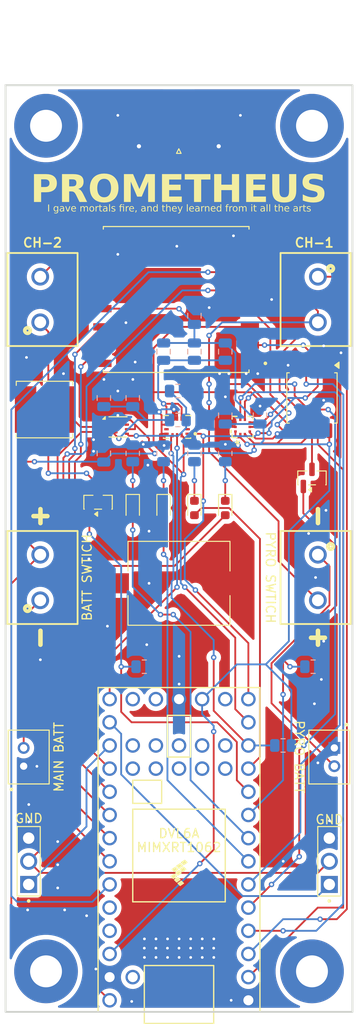
<source format=kicad_pcb>
(kicad_pcb (version 20241229) (generator "pcbnew") (generator_version "9.0")
  (layers (0 "F.Cu" signal) (2 "B.Cu" signal) (13 "F.Paste" user) (15 "B.Paste" user) (5 "F.SilkS" user "F.Silkscreen") (7 "B.SilkS" user "B.Silkscreen") (1 "F.Mask" user) (3 "B.Mask" user) (25 "Edge.Cuts" user))
  (net 0 "")
  (net 1 "/BUZZER_SIG")
  (net 2 "/3.7V")
  (net 3 "/5V")
  (net 5 "+3.3V")
  (net 6 "Net-(MT101-VDD)")
  (net 7 "Net-(D101-K)")
  (net 11 "/GRN")
  (net 12 "Net-(D102-K)")
  (net 13 "/ORG")
  (net 14 "Net-(D103-K)")
  (net 17 "/RED")
  (net 18 "Net-(D104-K)")
  (net 19 "/YLW")
  (net 20 "Net-(Q101-D)")
  (net 21 "/PY_3.7V")
  (net 25 "/PYRO+")
  (net 26 "Net-(Q102-D)")
  (net 27 "/TVCX")
  (net 28 "/TVCY")
  (net 29 "/SPI_SCK")
  (net 32 "/SPI_MOSI")
  (net 36 "/IMU_INT")
  (net 37 "/IMU_CS")
  (net 40 "/SPI_MISO")
  (net 41 "/PY1")
  (net 42 "/PY2")
  (net 43 "Net-(U107-FB)")
  (net 46 "/BARO_INT")
  (net 47 "/BARO_CS")
  (net 48 "/LORA_CS")
  (net 49 "/MEM_WRITE_PROTECT")
  (net 50 "/MEM_HOLD")
  (net 51 "/LORA_DIO1")
  (net 52 "/MEM_CS")
  (net 53 "/LORA_DIO0")
  (net 54 "GND")
  (net 55 "/BATT+")
  (net 56 "Net-(U107-SW)")
  (net 57 "Net-(J101-In)")
  (net 62 "/LORA_RESET")
  (footprint "Package_DFN_QFN:Texas_RWU0007A_VQFN-7_2x2mm_P0.5mm" (layer "F.Cu") (at 140.86425 87.63)
    (property "Reference" "U107" (hide yes))
    (property "Value" "TPS61022" (hide yes))
  )
  (footprint "Inductor_SMD:L_Bourns_SRN6045TA" (layer "F.Cu") (at 132.78625 85.725)
    (property "Reference" "L101" (hide yes))
    (property "Value" "1uH" (hide yes))
  )
  (footprint "BMP390:10LGA_2X2X0p75_BOS" (layer "F.Cu") (at 154.54625 87.63 90)
    (property "Reference" "U101" (hide yes))
    (property "Value" "BMP390" (hide yes))
  )
  (footprint "TerminalBlock_Wuerth:691137710002" (layer "F.Cu") (at 162.814 104.14 -90)
    (property "Reference" "J107" (hide yes))
    (property "Value" "Switch" (hide yes))
  )
  (footprint "Buzzer_Beeper:Buzzer_Mallory_AST1109MLTRQ" (layer "F.Cu") (at 147.56125 104.775)
    (property "Reference" "BZ101" (hide yes))
    (property "Value" "Buzzer" (hide yes))
  )
  (footprint "TerminalBlock_Wuerth:691137710002" (layer "F.Cu") (at 132.32125 104.14 90)
    (property "Reference" "J103" (hide yes))
    (property "Value" "Switch" (hide yes))
  )
  (footprint "Package_TO_SOT_SMD:SOT-23" (layer "F.Cu") (at 138.67125 95.885 90)
    (property "Reference" "Q102" (hide yes))
    (property "Value" "DMN3051L" (hide yes))
  )
  (footprint "Package_SO:SOIC-8_5.3x5.3mm_P1.27mm" (layer "F.Cu") (at 162.16625 84.455 -90)
    (property "Reference" "U104" (hide yes))
    (property "Value" "W25Q128JVS" (hide yes))
  )
  (footprint "Package_TO_SOT_SMD:SOT-23" (layer "F.Cu") (at 162.16625 93.218 90)
    (property "Reference" "Q101" (hide yes))
    (property "Value" "DMN3051L" (hide yes))
  )
  (footprint "MountingHole:MountingHole_3.5mm_Pad" (layer "F.Cu") (at 132.95625 54.61)
    (property "Reference" "H101" (hide yes))
    (property "Value" "MountingHole" (hide yes))
  )
  (footprint "JST:JST_B2B-PH-K-S" (layer "F.Cu") (at 131.05125 123.825 -90)
    (property "Reference" "J104" (hide yes))
    (property "Value" "JST-MAIN" (hide yes))
  )
  (footprint "RFM96W-433S2:MODULE_RFM96W-433S2" (layer "F.Cu") (at 147.24875 73.66 180)
    (property "Reference" "U103" (hide yes))
    (property "Value" "RFM96W-433S2" (hide yes))
  )
  (footprint "Connector_Coaxial:SMA_Molex_73251-1153_EdgeMount_Horizontal" (layer "F.Cu") (at 147.54125 55.135 -90)
    (property "Reference" "J101" (hide yes))
    (property "Value" "Conn_Coaxial" (hide yes))
  )
  (footprint "LED_SMD:LED_0603_1608Metric" (layer "F.Cu") (at 142.48125 96.52 -90)
    (property "Reference" "D104" (hide yes))
    (property "Value" "YELLOW" (hide yes))
  )
  (footprint "Teensy:Teensy40" (layer "F.Cu") (at 147.56125 133.985 90)
    (property "Reference" "U102" (hide yes))
    (property "Value" "Teensy4.0" (hide yes))
  )
  (footprint "IMU:XDCR_ICM-42670-P" (layer "F.Cu") (at 147.34875 87.63 180)
    (property "Reference" "MT101" (hide yes))
    (property "Value" "ICM-42670-P" (hide yes))
  )
  (footprint "MountingHole:MountingHole_3.5mm_Pad" (layer "F.Cu") (at 162.16625 54.61)
    (property "Reference" "H102" (hide yes))
    (property "Value" "MountingHole" (hide yes))
  )
  (footprint "TerminalBlock_Wuerth:691137710002" (layer "F.Cu") (at 162.814 73.66 -90)
    (property "Reference" "J105" (hide yes))
    (property "Value" "Switch" (hide yes))
  )
  (footprint "LED_SMD:LED_0603_1608Metric" (layer "F.Cu") (at 149.254583 96.52 -90)
    (property "Reference" "D102" (hide yes))
    (property "Value" "ORANGE" (hide yes))
  )
  (footprint "MountingHole:MountingHole_3.5mm_Pad" (layer "F.Cu") (at 162.16625 147.32)
    (property "Reference" "H103" (hide yes))
    (property "Value" "MountingHole" (hide yes))
  )
  (footprint "TerminalBlock_Wuerth:691137710002" (layer "F.Cu") (at 132.32125 73.66 90)
    (property "Reference" "J108" (hide yes))
    (property "Value" "Switch" (hide yes))
  )
  (footprint "Servo_Pins:WURTH_61300311121" (layer "F.Cu") (at 131.05125 135.255 90)
    (property "Reference" "M102" (hide yes))
    (property "Value" "Servo_Y" (hide yes))
  )
  (footprint "MountingHole:MountingHole_3.5mm_Pad" (layer "F.Cu") (at 132.95625 147.32)
    (property "Reference" "H104" (hide yes))
    (property "Value" "MountingHole" (hide yes))
  )
  (footprint "LED_SMD:LED_0603_1608Metric" (layer "F.Cu") (at 152.64125 96.52 -90)
    (property "Reference" "D101" (hide yes))
    (property "Value" "GREEN" (hide yes))
  )
  (footprint "LED_SMD:LED_0603_1608Metric" (layer "F.Cu") (at 145.867917 96.52 -90)
    (property "Reference" "D103" (hide yes))
    (property "Value" "RED" (hide yes))
  )
  (footprint "Servo_Pins:WURTH_61300311121" (layer "F.Cu") (at 164.07125 135.255 90)
    (property "Reference" "M101" (hide yes))
    (property "Value" "Servo_X" (hide yes))
  )
  (footprint "JST:JST_B2B-PH-K-S" (layer "F.Cu") (at 164.07125 123.825 90)
    (property "Reference" "J106" (hide yes))
    (property "Value" "JST-PYRO" (hide yes))
  )
  (footprint "Capacitor_SMD:C_0805_2012Metric" (layer "B.Cu") (at 149.254584 79.375 -90)
    (property "Reference" "C107" (hide yes))
    (property "Value" "10uF" (hide yes))
  )
  (footprint "Capacitor_SMD:C_0805_2012Metric" (layer "B.Cu") (at 142.48125 84.455 90)
    (property "Reference" "C103" (hide yes))
    (property "Value" "22uF" (hide yes))
  )
  (footprint "Capacitor_SMD:C_0805_2012Metric" (layer "B.Cu") (at 149.254584 75.438 90)
    (property "Reference" "C109" (hide yes))
    (property "Value" "100uF" (hide yes))
  )
  (footprint "Resistor_SMD:R_0805_2012Metric" (layer "B.Cu") (at 147.43425 86.868)
    (property "Reference" "R101" (hide yes))
    (property "Value" "732k" (hide yes))
  )
  (footprint "Capacitor_SMD:C_0805_2012Metric" (layer "B.Cu") (at 152.64125 79.375 -90)
    (property "Reference" "C106" (hide yes))
    (property "Value" "100uF" (hide yes))
  )
  (footprint "Capacitor_SMD:C_0805_2012Metric" (layer "B.Cu") (at 139.30625 90.5275 90)
    (property "Reference" "C101" (hide yes))
    (property "Value" "10uF" (hide yes))
  )
  (footprint "Resistor_SMD:R_0805_2012Metric" (layer "B.Cu") (at 143.75125 113.919)
    (property "Reference" "R106" (hide yes))
    (property "Value" "470" (hide yes))
  )
  (footprint "Resistor_SMD:R_0805_2012Metric" (layer "B.Cu") (at 147.43425 83.693)
    (property "Reference" "R102" (hide yes))
    (property "Value" "100k" (hide yes))
  )
  (footprint "Resistor_SMD:R_0805_2012Metric" (layer "B.Cu") (at 152.64125 90.5275 90)
    (property "Reference" "R111" (hide yes))
    (property "Value" "470" (hide yes))
  )
  (footprint "Capacitor_SMD:C_0805_2012Metric" (layer "B.Cu") (at 145.867917 79.375 -90)
    (property "Reference" "C108" (hide yes))
    (property "Value" "2u2" (hide yes))
  )
  (footprint "Capacitor_SMD:C_0805_2012Metric" (layer "B.Cu") (at 152.64125 86.36 -90)
    (property "Reference" "C105" (hide yes))
    (property "Value" "100nF" (hide yes))
  )
  (footprint "Capacitor_SMD:C_0805_2012Metric" (layer "B.Cu") (at 139.30625 84.455 90)
    (property "Reference" "C102" (hide yes))
    (property "Value" "22uF" (hide yes))
  )
  (footprint "Resistor_SMD:R_0805_2012Metric" (layer "B.Cu") (at 145.867917 90.5275 90)
    (property "Reference" "R109" (hide yes))
    (property "Value" "470" (hide yes))
  )
  (footprint "Resistor_SMD:R_0805_2012Metric" (layer "B.Cu") (at 149.254583 90.5275 90)
    (property "Reference" "R110" (hide yes))
    (property "Value" "470" (hide yes))
  )
  (footprint "Capacitor_SMD:C_0805_2012Metric" (layer "B.Cu") (at 156.45125 86.36 90)
    (property "Reference" "C104" (hide yes))
    (property "Value" "100nF" (hide yes))
  )
  (footprint "Resistor_SMD:R_0805_2012Metric" (layer "B.Cu") (at 142.48125 90.5275 90)
    (property "Reference" "R108" (hide yes))
    (property "Value" "470" (hide yes))
  )
  (footprint "Resistor_SMD:R_0805_2012Metric" (layer "B.Cu") (at 158.99125 122.555 180)
    (property "Reference" "R114" (hide yes))
    (property "Value" "10k" (hide yes))
  )
  (footprint "Resistor_SMD:R_0805_2012Metric" (layer "B.Cu") (at 162.29325 113.919)
    (property "Reference" "R105" (hide yes))
    (property "Value" "470" (hide yes))
  )
  (gr_rect (start 128.51125 50.165) (end 166.61125 151.765) (stroke (width 0.2)) (fill no) (layer "Edge.Cuts"))
  (gr_text "PROMETHEUS" (at 147.5486 61.722 0) (layer "F.SilkS") (effects (font (size 3 3) (thickness 0.6) (bold yes) (italic yes))))
  (gr_text "PYRO BATT" (at 160.782 123.825 270) (layer "F.SilkS") (effects (font (size 1 1))))
  (gr_text "PYRO SWTICH" (at 157.607 104.14 270) (layer "F.SilkS") (effects (font (size 1 1))))
  (gr_text "CH-1" (at 162.41625 67.437 0) (layer "F.SilkS") (effects (font (size 1 1) (thickness 0.2) (bold yes))))
  (gr_text "-" (at 132.207 110.744 90) (layer "F.SilkS") (effects (font (size 2 2) (thickness 0.5) (bold yes))))
  (gr_text "GND" (at 164.084 130.683 0) (layer "F.SilkS") (effects (font (size 1 1))))
  (gr_text "GND" (at 131.064 130.556 0) (layer "F.SilkS") (effects (font (size 1 1))))
  (gr_text "MAIN BATT" (at 134.366 123.825 90) (layer "F.SilkS") (effects (font (size 1 1))))
  (gr_text "BATT SWTICH\n" (at 137.4648 104.14 90) (layer "F.SilkS") (effects (font (size 1 1))))
  (gr_text "-" (at 162.687 97.409 90) (layer "F.SilkS") (effects (font (size 2 2) (thickness 0.5) (bold yes))))
  (gr_text "+" (at 162.687 110.744 90) (layer "F.SilkS") (effects (font (size 2 2) (thickness 0.5) (bold yes))))
  (gr_text "+" (at 132.207 97.409 90) (layer "F.SilkS") (effects (font (size 2 2) (thickness 0.5) (bold yes))))
  (gr_text "I gave mortals fire, and they learned from it all the arts" (at 147.587625 64.135 0) (layer "F.SilkS") (effects (font (size 0.75 0.75) (thickness 0.1875) (italic yes)) (justify bottom)))
  (gr_text "CH-2" (at 132.57125 67.437 0) (layer "F.SilkS") (effects (font (size 1 1) (thickness 0.2) (bold yes))))
  (segment (start 138.03625 123.19) (end 139.94125 125.095) (width 0.2) (layer "F.Cu") (net 1))
  (segment (start 138.03625 107.7) (end 138.03625 123.19) (width 0.2) (layer "F.Cu") (net 1))
  (segment (start 140.96125 104.775) (end 138.03625 107.7) (width 0.2) (layer "F.Cu") (net 1))
  (segment (start 142.73125 87.88) (end 141.83925 87.88) (width 0.2) (layer "F.Cu") (net 2))
  (segment (start 129.14625 140.335) (end 130.41625 141.605) (width 0.2) (layer "F.Cu") (net 2))
  (segment (start 135.49625 141.605) (end 137.40125 143.51) (width 0.2) (layer "F.Cu") (net 2))
  (segment (start 132.32125 101.64) (end 130.71125 100.03) (width 0.2) (layer "F.Cu") (net 2))
  (segment (start 142.73125 87.372) (end 144.25925 88.9) (width 0.2) (layer "F.Cu") (net 2))
  (segment (start 142.23925 86.88) (end 141.83925 86.88) (width 0.2) (layer "F.Cu") (net 2))
  (segment (start 144.25925 89.916) (end 144.89425 90.551) (width 0.2) (layer "F.Cu") (net 2))
  (segment (start 142.73125 87.88) (end 142.73125 87.372) (width 0.2) (layer "F.Cu") (net 2))
  (segment (start 132.32125 101.64) (end 132.32125 101.6) (width 0.2) (layer "F.Cu") (net 2))
  (segment (start 142.73125 87.372) (end 142.23925 86.88) (width 0.2) (layer "F.Cu") (net 2))
  (segment (start 129.14625 104.815) (end 129.14625 140.335) (width 0.2) (layer "F.Cu") (net 2))
  (segment (start 137.40125 147.955) (end 139.94125 150.495) (width 0.2) (layer "F.Cu") (net 2))
  (segment (start 131.68625 91.44) (end 130.71125 91.44) (width 0.2) (layer "F.Cu") (net 2))
  (segment (start 130.71125 91.44) (end 130.71125 85.725) (width 0.2) (layer "F.Cu") (net 2))
  (segment (start 132.32125 101.64) (end 129.14625 104.815) (width 0.2) (layer "F.Cu") (net 2))
  (segment (start 137.40125 143.51) (end 137.40125 147.955) (width 0.2) (layer "F.Cu") (net 2))
  (segment (start 144.25925 88.9) (end 144.25925 89.916) (width 0.2) (layer "F.Cu") (net 2))
  (segment (start 130.71125 100.03) (end 130.71125 91.44) (width 0.2) (layer "F.Cu") (net 2))
  (segment (start 130.41625 141.605) (end 135.49625 141.605) (width 0.2) (layer "F.Cu") (net 2))
  (via (at 131.68625 91.44) (size 0.6) (drill 0.3) (layers "F.Cu" "B.Cu") (net 2))
  (via (at 144.89425 90.551) (size 0.6) (drill 0.3) (layers "F.Cu" "B.Cu") (net 2))
  (segment (start 144.89425 90.551) (end 140.23275 90.551) (width 0.2) (layer "B.Cu") (net 2))
  (segment (start 140.23275 90.551) (end 139.30625 91.4775) (width 0.2) (layer "B.Cu") (net 2))
  (segment (start 139.26875 91.44) (end 131.68625 91.44) (width 0.2) (layer "B.Cu") (net 2))
  (segment (start 139.30625 91.4775) (end 139.26875 91.44) (width 0.2) (layer "B.Cu") (net 2))
  (segment (start 136.85125 88.18) (end 134.22625 90.805) (width 0.2) (layer "F.Cu") (net 3))
  (segment (start 134.22625 96.570032) (end 134.247218 96.591) (width 0.2) (layer "F.Cu") (net 3))
  (segment (start 162.80125 136.525) (end 164.07125 135.255) (width 0.2) (layer "F.Cu") (net 3))
  (segment (start 132.32125 136.525) (end 162.80125 136.525) (width 0.2) (layer "F.Cu") (net 3))
  (segment (start 140.23925 88.18) (end 140.23925 88.182) (width 0.2) (layer "F.Cu") (net 3))
  (segment (start 134.22625 96.591) (end 134.22625 132.08) (width 0.2) (layer "F.Cu") (net 3))
  (segment (start 131.05125 135.255) (end 132.32125 136.525) (width 0.2) (layer "F.Cu") (net 3))
  (segment (start 134.22625 90.805) (end 134.22625 96.570032) (width 0.2) (layer "F.Cu") (net 3))
  (segment (start 134.247218 96.591) (end 134.22625 96.591) (width 0.2) (layer "F.Cu") (net 3))
  (segment (start 140.23925 88.182) (end 140.95725 88.9) (width 0.2) (layer "F.Cu") (net 3))
  (segment (start 134.22625 132.08) (end 131.05125 135.255) (width 0.2) (layer "F.Cu") (net 3))
  (segment (start 140.23925 88.18) (end 136.85125 88.18) (width 0.2) (layer "F.Cu") (net 3))
  (via (at 140.95725 88.9) (size 0.6) (drill 0.3) (layers "F.Cu" "B.Cu") (net 3))
  (segment (start 143.94425 86.868) (end 142.48125 85.405) (width 0.2) (layer "B.Cu") (net 3))
  (segment (start 142.98925 86.868) (end 143.94425 86.868) (width 0.2) (layer "B.Cu") (net 3))
  (segment (start 142.48125 85.405) (end 139.30625 85.405) (width 0.2) (layer "B.Cu") (net 3))
  (segment (start 146.52175 86.868) (end 143.94425 86.868) (width 0.2) (layer "B.Cu") (net 3))
  (segment (start 140.95725 88.9) (end 142.98925 86.868) (width 0.2) (layer "B.Cu") (net 3))
  (segment (start 147.56125 74.676) (end 147.54525 74.66) (width 0.2) (layer "F.Cu") (net 5))
  (segment (start 154.29625 88.7861) (end 153.88235 88.7861) (width 0.2) (layer "F.Cu") (net 5))
  (segment (start 153.88235 88.7861) (end 153.75885 88.6626) (width 0.2) (layer "F.Cu") (net 5))
  (segment (start 147.54525 74.66) (end 139.14875 74.66) (width 0.2) (layer "F.Cu") (net 5))
  (segment (start 149.84725 135.509) (end 151.37125 133.985) (width 0.2) (layer "F.Cu") (net 5))
  (segment (start 151.37125 133.985) (end 151.37125 121.031) (width 0.2) (layer "F.Cu") (net 5))
  (segment (start 153.75885 88.6626) (end 153.75885 88.129999) (width 0.2) (layer "F.Cu") (net 5))
  (segment (start 164.07125 89.535) (end 164.07125 88.0425) (width 0.2) (layer "F.Cu") (net 5))
  (segment (start 154.4782 88.96805) (end 154.29625 88.7861) (width 0.2) (layer "F.Cu") (net 5))
  (segment (start 155.04515 89.535) (end 154.4782 88.96805) (width 0.2) (layer "F.Cu") (net 5))
  (segment (start 154.29625 88.7861) (end 154.29625 88.4174) (width 0.2) (layer "F.Cu") (net 5))
  (via (at 155.04515 89.535) (size 0.6) (drill 0.3) (layers "F.Cu" "B.Cu") (net 5))
  (via (at 149.84725 135.509) (size 0.6) (drill 0.3) (layers "F.Cu" "B.Cu") (net 5))
  (via (at 151.37125 121.031) (size 0.6) (drill 0.3) (layers "F.Cu" "B.Cu") (net 5))
  (via (at 147.56125 74.676) (size 0.6) (drill 0.3) (layers "F.Cu" "B.Cu") (net 5))
  (via (at 164.07125 89.535) (size 0.6) (drill 0.3) (layers "F.Cu" "B.Cu") (net 5))
  (segment (start 164.07125 89.535) (end 164.07125 94.615) (width 0.2) (layer "B.Cu") (net 5))
  (segment (start 164.07125 94.615) (end 159.62625 99.06) (width 0.2) (layer "B.Cu") (net 5))
  (segment (start 164.07125 89.535) (end 156.45125 89.535) (width 0.2) (layer "B.Cu") (net 5))
  (segment (start 149.254584 76.388) (end 147.56125 74.694666) (width 0.2) (layer "B.Cu") (net 5))
  (segment (start 153.91125 113.665) (end 150.10125 117.475) (width 0.2) (layer "B.Cu") (net 5))
  (segment (start 159.90375 122.555) (end 159.90375 116.4825) (width 0.2) (layer "B.Cu") (net 5))
  (segment (start 156.845 87.70375) (end 156.45125 87.31) (width 0.2) (layer "B.Cu") (net 5))
  (segment (start 152.64125 78.425) (end 149.254584 78.425) (width 0.2) (layer "B.Cu") (net 5))
  (segment (start 149.254584 78.425) (end 149.254584 76.388) (width 0.2) (layer "B.Cu") (net 5))
  (segment (start 156.45125 89.535) (end 156.845 89.14125) (width 0.2) (layer "B.Cu") (net 5))
  (segment (start 139.94125 145.415) (end 149.84725 135.509) (width 0.2) (layer "B.Cu") (net 5))
  (segment (start 150.10125 119.126) (end 150.10125 117.475) (width 0.2) (layer "B.Cu") (net 5))
  (segment (start 159.90375 116.4825) (end 157.08625 113.665) (width 0.2) (layer "B.Cu") (net 5))
  (segment (start 151.37125 121.031) (end 151.37125 120.396) (width 0.2) (layer "B.Cu") (net 5))
  (segment (start 149.254584 78.425) (end 145.867917 78.425) (width 0.2) (layer "B.Cu") (net 5))
  (segment (start 153.755383 84.680876) (end 153.755383 79.539133) (width 0.2) (layer "B.Cu") (net 5))
  (segment (start 159.62625 99.06) (end 159.62625 111.125) (width 0.2) (layer "B.Cu") (net 5))
  (segment (start 156.845 89.14125) (end 156.845 87.70375) (width 0.2) (layer "B.Cu") (net 5))
  (segment (start 156.45125 87.31) (end 156.384507 87.31) (width 0.2) (layer "B.Cu") (net 5))
  (segment (start 151.37125 120.396) (end 150.10125 119.126) (width 0.2) (layer "B.Cu") (net 5))
  (segment (start 159.62625 111.125) (end 157.08625 113.665) (width 0.2) (layer "B.Cu") (net 5))
  (segment (start 147.56125 74.694666) (end 147.56125 74.676) (width 0.2) (layer "B.Cu") (net 5))
  (segment (start 156.384507 87.31) (end 153.755383 84.680876) (width 0.2) (layer "B.Cu") (net 5))
  (segment (start 153.755383 79.539133) (end 152.64125 78.425) (width 0.2) (layer "B.Cu") (net 5))
  (segment (start 156.45125 89.535) (end 155.04515 89.535) (width 0.2) (layer "B.Cu") (net 5))
  (segment (start 157.08625 113.665) (end 153.91125 113.665) (width 0.2) (layer "B.Cu") (net 5))
  (segment (start 156.45125 87.31) (end 152.64125 87.31) (width 0.2) (layer "B.Cu") (net 5))
  (segment (start 147.447 85.09) (end 147.84875 85.49175) (width 0.2) (layer "F.Cu") (net 6))
  (segment (start 145.867917 85.09) (end 146.18625 85.408333) (width 0.2) (layer "F.Cu") (net 6))
  (segment (start 147.84875 85.49175) (end 147.84875 86.7175) (width 0.2) (layer "F.Cu") (net 6))
  (segment (start 146.18625 85.408333) (end 146.18625 86.88) (width 0.2) (layer "F.Cu") (net 6))
  (segment (start 145.867917 85.09) (end 147.447 85.09) (width 0.2) (layer "F.Cu") (net 6))
  (via (at 145.867917 85.09) (size 0.6) (drill 0.3) (layers "F.Cu" "B.Cu") (net 6))
  (segment (start 152.64125 80.325) (end 149.254584 80.325) (width 0.2) (layer "B.Cu") (net 6))
  (segment (start 145.867917 85.09) (end 145.27525 84.497333) (width 0.2) (layer "B.Cu") (net 6))
  (segment (start 145.867917 80.325) (end 149.254584 80.325) (width 0.2) (layer "B.Cu") (net 6))
  (segment (start 145.27525 80.917667) (end 145.867917 80.325) (width 0.2) (layer "B.Cu") (net 6))
  (segment (start 145.27525 84.497333) (end 145.27525 80.917667) (width 0.2) (layer "B.Cu") (net 6))
  (segment (start 152.64125 93.515) (end 152.64125 95.7325) (width 0.2) (layer "F.Cu") (net 7))
  (via (at 152.64125 93.515) (size 0.6) (drill 0.3) (layers "F.Cu" "B.Cu") (net 7))
  (segment (start 152.64125 91.44) (end 152.64125 93.515) (width 0.2) (layer "B.Cu") (net 7))
  (segment (start 139.94125 102.87) (end 147.07875 102.87) (width 0.2) (layer "F.Cu") (net 11))
  (segment (start 136.76625 124.46) (end 136.76625 106.045) (width 0.2) (layer "F.Cu") (net 11))
  (segment (start 139.94125 127.635) (end 136.76625 124.46) (width 0.2) (layer "F.Cu") (net 11))
  (segment (start 147.07875 102.87) (end 152.64125 97.3075) (width 0.2) (layer "F.Cu") (net 11))
  (segment (start 136.76625 106.045) (end 139.94125 102.87) (width 0.2) (layer "F.Cu") (net 11))
  (segment (start 149.254583 93.518333) (end 149.254583 95.7325) (width 0.2) (layer "F.Cu") (net 12))
  (segment (start 149.25125 93.515) (end 149.254583 93.518333) (width 0.2) (layer "F.Cu") (net 12))
  (via (at 149.25125 93.515) (size 0.6) (drill 0.3) (layers "F.Cu" "B.Cu") (net 12))
  (segment (start 149.254583 91.44) (end 149.254583 93.511667) (width 0.2) (layer "B.Cu") (net 12))
  (segment (start 149.254583 93.511667) (end 149.25125 93.515) (width 0.2) (layer "B.Cu") (net 12))
  (segment (start 155.18125 125.095) (end 156.45125 123.825) (width 0.2) (layer "F.Cu") (net 13))
  (segment (start 150.042083 96.52) (end 153.06985 96.52) (width 0.2) (layer "F.Cu") (net 13))
  (segment (start 156.45125 99.9014) (end 156.45125 111.125) (width 0.2) (layer "F.Cu") (net 13))
  (segment (start 149.254583 97.3075) (end 150.042083 96.52) (width 0.2) (layer "F.Cu") (net 13))
  (segment (start 153.06985 96.52) (end 156.45125 99.9014) (width 0.2) (layer "F.Cu") (net 13))
  (segment (start 156.45125 123.825) (end 156.45125 111.125) (width 0.2) (layer "F.Cu") (net 13))
  (segment (start 145.867917 93.521667) (end 145.867917 95.7325) (width 0.2) (layer "F.Cu") (net 14))
  (segment (start 145.86125 93.515) (end 145.867917 93.521667) (width 0.2) (layer "F.Cu") (net 14))
  (via (at 145.86125 93.515) (size 0.6) (drill 0.3) (layers "F.Cu" "B.Cu") (net 14))
  (segment (start 145.867917 91.44) (end 145.867917 93.508333) (width 0.2) (layer "B.Cu") (net 14))
  (segment (start 145.867917 93.508333) (end 145.86125 93.515) (width 0.2) (layer "B.Cu") (net 14))
  (segment (start 145.867917 97.3075) (end 145.867917 101.388333) (width 0.2) (layer "F.Cu") (net 17))
  (via (at 145.867917 101.6) (size 0.6) (drill 0.3) (layers "F.Cu" "B.Cu") (net 17))
  (segment (start 146.29125 126.365) (end 146.29125 102.023333) (width 0.2) (layer "B.Cu") (net 17))
  (segment (start 146.29125 102.023333) (end 145.867917 101.6) (width 0.2) (layer "B.Cu") (net 17))
  (segment (start 155.18125 135.255) (end 146.29125 126.365) (width 0.2) (layer "B.Cu") (net 17))
  (segment (start 142.48125 93.515) (end 142.48125 95.7325) (width 0.2) (layer "F.Cu") (net 18))
  (via (at 142.48125 93.515) (size 0.6) (drill 0.3) (layers "F.Cu" "B.Cu") (net 18))
  (segment (start 142.48125 91.44) (end 142.48125 93.515) (width 0.2) (layer "B.Cu") (net 18))
  (segment (start 142.48125 98.933) (end 142.48125 97.3075) (width 0.2) (layer "F.Cu") (net 19))
  (segment (start 146.92625 108.204) (end 145.52925 108.204) (width 0.2) (layer "F.Cu") (net 19))
  (via (at 145.52925 108.204) (size 0.6) (drill 0.3) (layers "F.Cu" "B.Cu") (net 19))
  (via (at 142.48125 98.933) (size 0.6) (drill 0.3) (layers "F.Cu" "B.Cu") (net 19))
  (via (at 146.92625 108.204) (size 0.6) (drill 0.3) (layers "F.Cu" "B.Cu") (net 19))
  (segment (start 148.83125 110.109) (end 148.83125 126.365) (width 0.2) (layer "B.Cu") (net 19))
  (segment (start 142.48125 105.156) (end 142.48125 98.933) (width 0.2) (layer "B.Cu") (net 19))
  (segment (start 148.83125 126.365) (end 155.18125 132.715) (width 0.2) (layer "B.Cu") (net 19))
  (segment (start 145.52925 108.204) (end 142.48125 105.156) (width 0.2) (layer "B.Cu") (net 19))
  (segment (start 146.92625 108.204) (end 148.83125 110.109) (width 0.2) (layer "B.Cu") (net 19))
  (segment (start 158.61025 79.756) (end 160.64225 77.724) (width 0.2) (layer "F.Cu") (net 20))
  (segment (start 165.354 72.136) (end 164.378 71.16) (width 0.2) (layer "F.Cu") (net 20))
  (segment (start 164.338 77.724) (end 165.354 76.708) (width 0.2) (layer "F.Cu") (net 20))
  (segment (start 162.16625 87.20501) (end 162.16625 92.2805) (width 0.2) (layer "F.Cu") (net 20))
  (segment (start 160.64225 77.724) (end 164.338 77.724) (width 0.2) (layer "F.Cu") (net 20))
  (segment (start 164.378 71.16) (end 162.82125 71.16) (width 0.2) (layer "F.Cu") (net 20))
  (segment (start 165.354 76.708) (end 165.354 72.136) (width 0.2) (layer "F.Cu") (net 20))
  (segment (start 158.61025 83.64901) (end 158.61025 79.756) (width 0.2) (layer "F.Cu") (net 20))
  (segment (start 162.42025 71.16) (end 162.16625 71.16) (width 0.2) (layer "F.Cu") (net 20))
  (segment (start 162.16625 87.20501) (end 158.61025 83.64901) (width 0.2) (layer "F.Cu") (net 20))
  (segment (start 132.18125 71.16) (end 132.32125 71.16) (width 0.2) (layer "F.Cu") (net 21))
  (segment (start 162.814 76.16) (end 162.814 74.93) (width 0.2) (layer "F.Cu") (net 21))
  (segment (start 157.48 69.596) (end 133.88525 69.596) (width 0.2) (layer "F.Cu") (net 21))
  (segment (start 150.86325 82.931) (end 150.86325 77.597) (width 0.2) (layer "F.Cu") (net 21))
  (segment (start 158.496 102.322) (end 162.814 106.64) (width 0.2) (layer "F.Cu") (net 21))
  (segment (start 158.496 97.96975) (end 158.496 102.322) (width 0.2) (layer "F.Cu") (net 21))
  (segment (start 162.16625 76.16) (end 162.42025 76.16) (width 0.2) (layer "F.Cu") (net 21))
  (segment (start 162.814 74.93) (end 157.48 69.596) (width 0.2) (layer "F.Cu") (net 21))
  (segment (start 133.88525 69.596) (end 132.32125 71.16) (width 0.2) (layer "F.Cu") (net 21))
  (segment (start 150.86325 90.337) (end 158.496 97.96975) (width 0.2) (layer "F.Cu") (net 21))
  (segment (start 150.86325 84.963) (end 150.86325 90.337) (width 0.2) (layer "F.Cu") (net 21))
  (via (at 150.86325 82.931) (size 0.6) (drill 0.3) (layers "F.Cu" "B.Cu") (net 21))
  (via (at 150.86325 84.963) (size 0.6) (drill 0.3) (layers "F.Cu" "B.Cu") (net 21))
  (via (at 150.86325 77.597) (size 0.6) (drill 0.3) (layers "F.Cu" "B.Cu") (net 21))
  (segment (start 152.30025 76.16) (end 162.814 76.16) (width 0.2) (layer "B.Cu") (net 21))
  (segment (start 150.86325 77.597) (end 152.30025 76.16) (width 0.2) (layer "B.Cu") (net 21))
  (segment (start 150.86325 84.963) (end 150.86325 82.931) (width 0.2) (layer "B.Cu") (net 21))
  (segment (start 160.173537 111.098463) (end 160.173537 111.085) (width 0.2) (layer "F.Cu") (net 25))
  (segment (start 164.09 107.168537) (end 164.09 102.916) (width 0.2) (layer "F.Cu") (net 25))
  (segment (start 160.173537 111.085) (end 164.09 107.168537) (width 0.2) (layer "F.Cu") (net 25))
  (segment (start 157.72125 113.55075) (end 160.173537 111.098463) (width 0.2) (layer "F.Cu") (net 25))
  (segment (start 164.62125 124.825) (end 157.72125 117.925) (width 0.2) (layer "F.Cu") (net 25))
  (segment (start 157.72125 117.925) (end 157.72125 113.55075) (width 0.2) (layer "F.Cu") (net 25))
  (segment (start 164.09 102.916) (end 162.814 101.64) (width 0.2) (layer "F.Cu") (net 25))
  (segment (start 138.67125 93.98) (end 138.67125 94.9475) (width 0.2) (layer "F.Cu") (net 26))
  (segment (start 137.40125 92.71) (end 138.67125 93.98) (width 0.2) (layer "F.Cu") (net 26))
  (segment (start 133.21025 92.71) (end 133.21025 77.189) (width 0.2) (layer "F.Cu") (net 26))
  (segment (start 132.32125 76.3) (end 132.32125 76.16) (width 0.2) (layer "F.Cu") (net 26))
  (segment (start 133.21025 77.189) (end 132.32125 76.3) (width 0.2) (layer "F.Cu") (net 26))
  (via (at 137.40125 92.71) (size 0.6) (drill 0.3) (layers "F.Cu" "B.Cu") (net 26))
  (via (at 133.21025 92.71) (size 0.6) (drill 0.3) (layers "F.Cu" "B.Cu") (net 26))
  (segment (start 137.40125 92.71) (end 133.21025 92.71) (width 0.2) (layer "B.Cu") (net 26))
  (segment (start 141.21125 121.285) (end 139.94125 120.015) (width 0.2) (layer "B.Cu") (net 27))
  (segment (start 162.80125 139.065) (end 154.54625 139.065) (width 0.2) (layer "B.Cu") (net 27))
  (segment (start 164.07125 137.795) (end 162.80125 139.065) (width 0.2) (layer "B.Cu") (net 27))
  (segment (start 154.54625 139.065) (end 141.21125 125.73) (width 0.2) (layer "B.Cu") (net 27))
  (segment (start 141.21125 125.73) (end 141.21125 121.285) (width 0.2) (layer "B.Cu") (net 27))
  (segment (start 137.40125 125.095) (end 139.94125 122.555) (width 0.2) (layer "B.Cu") (net 28))
  (segment (start 137.40125 131.445) (end 137.40125 125.095) (width 0.2) (layer "B.Cu") (net 28))
  (segment (start 131.05125 137.795) (end 137.40125 131.445) (width 0.2) (layer "B.Cu") (net 28))
  (segment (start 157.59425 84.074) (end 157.59425 76.9055) (width 0.2) (layer "F.Cu") (net 29))
  (segment (start 157.59425 76.9055) (end 155.34875 74.66) (width 0.2) (layer "F.Cu") (net 29))
  (segment (start 147.34875 105.1975) (end 139.94125 112.605) (width 0.2) (layer "F.Cu") (net 29))
  (segment (start 161.53125 88.854999) (end 161.53125 88.0425) (width 0.2) (layer "F.Cu") (net 29))
  (segment (start 158.35625 89.4374) (end 160.948849 89.4374) (width 0.2) (layer "F.Cu") (net 29))
  (segment (start 147.34875 89.9575) (end 147.34875 88.5425) (width 0.2) (layer "F.Cu") (net 29))
  (segment (start 159.131 88.66265) (end 159.131 88.15075) (width 0.2) (layer "F.Cu") (net 29))
  (segment (start 155.81625 89.4374) (end 154.79625 88.4174) (width 0.2) (layer "F.Cu") (net 29))
  (segment (start 155.81625 89.4374) (end 158.35625 89.4374) (width 0.2) (layer "F.Cu") (net 29))
  (segment (start 158.35625 89.4374) (end 159.131 88.66265) (width 0.2) (layer "F.Cu") (net 29))
  (segment (start 155.81625 90.17) (end 155.81625 89.4374) (width 0.2) (layer "F.Cu") (net 29))
  (segment (start 159.131 88.15075) (end 158.35625 87.376) (width 0.2) (layer "F.Cu") (net 29))
  (segment (start 160.948849 89.4374) (end 161.53125 88.854999) (width 0.2) (layer "F.Cu") (net 29))
  (segment (start 139.94125 112.605) (end 139.94125 117.475) (width 0.2) (layer "F.Cu") (net 29))
  (segment (start 159.62625 86.106) (end 157.59425 84.074) (width 0.2) (layer "F.Cu") (net 29))
  (via (at 159.62625 86.106) (size 0.6) (drill 0.3) (layers "F.Cu" "B.Cu") (net 29))
  (via (at 158.35625 87.376) (size 0.6) (drill 0.3) (layers "F.Cu" "B.Cu") (net 29))
  (via (at 147.34875 89.9575) (size 0.6) (drill 0.3) (layers "F.Cu" "B.Cu") (net 29))
  (via (at 155.81625 90.17) (size 0.6) (drill 0.3) (layers "F.Cu" "B.Cu") (net 29))
  (via (at 147.34875 105.1975) (size 0.6) (drill 0.3) (layers "F.Cu" "B.Cu") (net 29))
  (segment (start 158.35625 87.376) (end 159.62625 86.106) (width 0.2) (layer "B.Cu") (net 29))
  (segment (start 147.34875 105.1975) (end 147.34875 91.44) (width 0.2) (layer "B.Cu") (net 29))
  (segment (start 147.34875 91.44) (end 148.28855 90.5002) (width 0.2) (layer "B.Cu") (net 29))
  (segment (start 148.28855 90.5002) (end 155.48605 90.5002) (width 0.2) (layer "B.Cu") (net 29))
  (segment (start 147.34875 91.44) (end 147.34875 89.9575) (width 0.2) (layer "B.Cu") (net 29))
  (segment (start 155.48605 90.5002) (end 155.81625 90.17) (width 0.2) (layer "B.Cu") (net 29))
  (segment (start 144.76725 83.82) (end 151.62525 83.82) (width 0.2) (layer "F.Cu") (net 32))
  (segment (start 155.18125 120.015) (end 153.74225 118.576) (width 0.2) (layer "F.Cu") (net 32))
  (segment (start 157.08625 87.63) (end 155.33365 87.63) (width 0.2) (layer "F.Cu") (net 32))
  (segment (start 148.06925 92.837) (end 144.76725 89.535) (width 0.2) (layer "F.Cu") (net 32))
  (segment (start 148.06925 88.763) (end 147.84875 88.5425) (width 0.2) (layer "F.Cu") (net 32))
  (segment (start 158.4675 86.24875) (end 157.08625 87.63) (width 0.2) (layer "F.Cu") (net 32))
  (segment (start 152.51425 82.931) (end 155.14975 82.931) (width 0.2) (layer "F.Cu") (net 32))
  (segment (start 147.10125 76.66) (end 155.34875 76.66) (width 0.2) (layer "F.Cu") (net 32))
  (segment (start 151.62525 83.82) (end 152.51425 82.931) (width 0.2) (layer "F.Cu") (net 32))
  (segment (start 155.14975 82.931) (end 158.4675 86.24875) (width 0.2) (layer "F.Cu") (net 32))
  (segment (start 158.4675 86.24875) (end 160.26125 88.0425) (width 0.2) (layer "F.Cu") (net 32))
  (segment (start 144.76725 89.535) (end 144.76725 83.82) (width 0.2) (layer "F.Cu") (net 32))
  (segment (start 144.76725 78.994) (end 147.10125 76.66) (width 0.2) (layer "F.Cu") (net 32))
  (segment (start 153.74225 110.7435) (end 148.19625 105.1975) (width 0.2) (layer "F.Cu") (net 32))
  (segment (start 144.76725 83.82) (end 144.76725 78.994) (width 0.2) (layer "F.Cu") (net 32))
  (segment (start 153.74225 118.576) (end 153.74225 110.7435) (width 0.2) (layer "F.Cu") (net 32))
  (segment (start 148.06925 92.837) (end 148.06925 88.763) (width 0.2) (layer "F.Cu") (net 32))
  (via (at 148.06925 92.837) (size 0.6) (drill 0.3) (layers "F.Cu" "B.Cu") (net 32))
  (via (at 148.19625 105.1975) (size 0.6) (drill 0.3) (layers "F.Cu" "B.Cu") (net 32))
  (segment (start 148.06925 92.837) (end 147.74975 93.1565) (width 0.2) (layer "B.Cu") (net 32))
  (segment (start 147.74975 93.1565) (end 147.74975 104.748557) (width 0.2) (layer "B.Cu") (net 32))
  (segment (start 147.94975 104.951) (end 148.19625 105.1975) (width 0.2) (layer "B.Cu") (net 32))
  (segment (start 147.94975 104.948557) (end 147.94975 104.951) (width 0.2) (layer "B.Cu") (net 32))
  (segment (start 147.74975 104.748557) (end 147.94975 104.948557) (width 0.2) (layer "B.Cu") (net 32))
  (segment (start 151.37125 112.903) (end 151.37125 118.745) (width 0.2) (layer "F.Cu") (net 37))
  (segment (start 151.37125 118.745) (end 155.18125 122.555) (width 0.2) (layer "F.Cu") (net 37))
  (segment (start 146.84875 88.5425) (end 146.695088 88.696162) (width 0.2) (layer "F.Cu") (net 37))
  (segment (start 146.695088 88.696162) (end 146.695088 90.5275) (width 0.2) (layer "F.Cu") (net 37))
  (via (at 151.37125 112.903) (size 0.6) (drill 0.3) (layers "F.Cu" "B.Cu") (net 37))
  (via (at 146.695088 90.5275) (size 0.6) (drill 0.3) (layers "F.Cu" "B.Cu") (net 37))
  (segment (start 146.74775 106.3745) (end 151.37125 110.998) (width 0.2) (layer "B.Cu") (net 37))
  (segment (start 158.07875 122.555) (end 155.18125 122.555) (width 0.2) (layer "B.Cu") (net 37))
  (segment (start 146.69225 90.530338) (end 146.69225 90.571) (width 0.2) (layer "B.Cu") (net 37))
  (segment (start 151.37125 110.998) (end 151.37125 112.903) (width 0.2) (layer "B.Cu") (net 37))
  (segment (start 146.94775 104.3725) (end 146.74775 104.5725) (width 0.2) (layer "B.Cu") (net 37))
  (segment (start 146.695088 90.5275) (end 146.69225 90.530338) (width 0.2) (layer "B.Cu") (net 37))
  (segment (start 146.69225 90.571) (end 146.94775 90.8265) (width 0.2) (layer "B.Cu") (net 37))
  (segment (start 146.94775 90.8265) (end 146.94775 104.3725) (width 0.2) (layer "B.Cu") (net 37))
  (segment (start 146.74775 104.5725) (end 146.74775 106.3745) (width 0.2) (layer "B.Cu") (net 37))
  (segment (start 150.22825 95.756667) (end 150.229583 95.758) (width 0.2) (layer "F.Cu") (net 40))
  (segment (start 161.424485 84.455) (end 161.53125 84.455) (width 0.2) (layer "F.Cu") (net 40))
  (segment (start 149.96225 88.38) (end 148.51125 88.38) (width 0.2) (layer "F.Cu") (net 40))
  (segment (start 150.22825 88.646) (end 149.96225 88.38) (width 0.2) (layer "F.Cu") (net 40))
  (segment (start 156.95925 78.66) (end 155.34875 78.66) (width 0.2) (layer "F.Cu") (net 40))
  (segment (start 155.33365 87.130001) (end 156.737719 87.130001) (width 0.2) (layer "F.Cu") (net 40))
  (segment (start 157.445 88.31) (end 156.245 88.31) (width 0.2) (layer "F.Cu") (net 40))
  (segment (start 161.19725 78.66) (end 162.80125 80.264) (width 0.2) (layer "F.Cu") (net 40))
  (segment (start 156.737719 87.130001) (end 157.614485 86.253235) (width 0.2) (layer "F.Cu") (net 40))
  (segment (start 150.22825 88.646) (end 150.22825 95.756667) (width 0.2) (layer "F.Cu") (net 40))
  (segment (start 162.80125 80.264) (end 162.80125 80.8675) (width 0.2) (layer "F.Cu") (net 40))
  (segment (start 155.18125 111.333971) (end 155.18125 117.475) (width 0.2) (layer "F.Cu") (net 40))
  (segment (start 162.80125 83.185) (end 162.80125 80.8675) (width 0.2) (layer "F.Cu") (net 40))
  (segment (start 161.53125 84.455) (end 162.80125 83.185) (width 0.2) (layer "F.Cu") (net 40))
  (segment (start 149.361765 105.514485) (end 155.18125 111.333971) (width 0.2) (layer "F.Cu") (net 40))
  (via (at 150.229583 95.758) (size 0.6) (drill 0.3) (layers "F.Cu" "B.Cu") (net 40))
  (via (at 157.614485 86.253235) (size 0.6) (drill 0.3) (layers "F.Cu" "B.Cu") (net 40))
  (via (at 161.424485 84.455) (size 0.6) (drill 0.3) (layers "F.Cu" "B.Cu") (net 40))
  (via (at 150.22825 88.646) (size 0.6) (drill 0.3) (layers "F.Cu" "B.Cu") (net 40))
  (via (at 157.445 88.31) (size 0.6) (drill 0.3) (layers "F.Cu" "B.Cu") (net 40))
  (via (at 149.361765 105.514485) (size 0.6) (drill 0.3) (layers "F.Cu" "B.Cu") (net 40))
  (via (at 161.19725 78.66) (size 0.6) (drill 0.3) (layers "F.Cu" "B.Cu") (net 40))
  (via (at 156.245 88.31) (size 0.6) (drill 0.3) (layers "F.Cu" "B.Cu") (net 40))
  (via (at 156.95925 78.66) (size 0.6) (drill 0.3) (layers "F.Cu" "B.Cu") (net 40))
  (segment (start 159.41272 84.455) (end 157.614485 86.253235) (width 0.2) (layer "B.Cu") (net 40))
  (segment (start 161.424485 84.455) (end 160.26125 84.455) (width 0.2) (layer "B.Cu") (net 40))
  (segment (start 148.19625 99.949) (end 148.19625 104.348971) (width 0.2) (layer "B.Cu") (net 40))
  (segment (start 155.909 88.646) (end 150.22825 88.646) (width 0.2) (layer "B.Cu") (net 40))
  (segment (start 157.445 87.82741) (end 157.734 87.53841) (width 0.2) (layer "B.Cu") (net 40))
  (segment (start 157.445 88.31) (end 157.445 87.82741) (width 0.2) (layer "B.Cu") (net 40))
  (segment (start 157.734 86.98225) (end 160.26125 84.455) (width 0.2) (layer "B.Cu") (net 40))
  (segment (start 160.26125 84.455) (end 159.41272 84.455) (width 0.2) (layer "B.Cu") (net 40))
  (segment (start 150.229583 95.758) (end 150.229583 97.915667) (width 0.2) (layer "B.Cu") (net 40))
  (segment (start 148.19625 104.348971) (end 149.361764 105.514485) (width 0.2) (layer "B.Cu") (net 40))
  (segment (start 150.229583 97.915667) (end 148.19625 99.949) (width 0.2) (layer "B.Cu") (net 40))
  (segment (start 157.734 87.53841) (end 157.734 86.98225) (width 0.2) (layer "B.Cu") (net 40))
  (segment (start 161.19725 78.66) (end 156.95925 78.66) (width 0.2) (layer "B.Cu") (net 40))
  (segment (start 156.245 88.31) (end 155.909 88.646) (width 0.2) (layer "B.Cu") (net 40))
  (segment (start 149.361764 105.514485) (end 149.361765 105.514485) (width 0.2) (layer "B.Cu") (net 40))
  (segment (start 158.99125 113.04275) (end 164.846 107.188) (width 0.2) (layer "F.Cu") (net 41))
  (segment (start 164.846 107.188) (end 164.846 100.72375) (width 0.2) (layer "F.Cu") (net 41))
  (segment (start 158.99125 116.967) (end 158.99125 113.157) (width 0.2) (layer "F.Cu") (net 41))
  (segment (start 164.846 100.72375) (end 161.21625 97.094) (width 0.2) (layer "F.Cu") (net 41))
  (segment (start 158.99125 113.157) (end 158.99125 113.04275) (width 0.2) (layer "F.Cu") (net 41))
  (segment (start 161.21625 97.094) (end 161.21625 94.1555) (width 0.2) (layer "F.Cu") (net 41))
  (segment (start 159.75325 113.919) (end 158.99125 113.157) (width 0.2) (layer "F.Cu") (net 41))
  (via (at 159.75325 113.919) (size 0.6) (drill 0.3) (layers "F.Cu" "B.Cu") (net 41))
  (via (at 158.99125 116.967) (size 0.6) (drill 0.3) (layers "F.Cu" "B.Cu") (net 41))
  (segment (start 155.18125 130.175) (end 158.99125 126.365) (width 0.2) (layer "B.Cu") (net 41))
  (segment (start 161.38075 113.919) (end 159.75325 113.919) (width 0.2) (layer "B.Cu") (net 41))
  (segment (start 158.99125 126.365) (end 158.99125 116.967) (width 0.2) (layer "B.Cu") (net 41))
  (segment (start 137.72125 99.38) (end 137.72125 96.8225) (width 0.2) (layer "F.Cu") (net 42))
  (segment (start 155.18125 127.635) (end 153.91125 126.365) (width 0.2) (layer "F.Cu") (net 42))
  (segment (start 153.91125 122.174) (end 151.75225 120.015) (width 0.2) (layer "F.Cu") (net 42))
  (segment (start 141.21125 118.872) (end 141.21125 113.919) (width 0.2) (layer "F.Cu") (net 42))
  (segment (start 153.91125 126.365) (end 153.91125 122.174) (width 0.2) (layer "F.Cu") (net 42))
  (segment (start 151.75225 120.015) (end 142.35425 120.015) (width 0.2) (layer "F.Cu") (net 42))
  (segment (start 142.35425 120.015) (end 141.21125 118.872) (width 0.2) (layer "F.Cu") (net 42))
  (via (at 137.72125 99.38) (size 0.6) (drill 0.3) (layers "F.Cu" "B.Cu") (net 42))
  (via (at 141.21125 113.919) (size 0.6) (drill 0.3) (layers "F.Cu" "B.Cu") (net 42))
  (segment (start 142.83875 113.919) (end 141.21125 113.919) (width 0.2) (layer "B.Cu") (net 42))
  (segment (start 141.21125 102.87) (end 141.21125 113.919) (width 0.2) (layer "B.Cu") (net 42))
  (segment (start 137.72125 99.38) (end 141.21125 102.87) (width 0.2) (layer "B.Cu") (net 42))
  (segment (start 142.06175 88.6025) (end 141.83925 88.38) (width 0.2) (layer "F.Cu") (net 43))
  (segment (start 142.86225 88.6025) (end 142.06175 88.6025) (width 0.2) (layer "F.Cu") (net 43))
  (via (at 142.86225 88.6025) (size 0.6) (drill 0.3) (layers "F.Cu" "B.Cu") (net 43))
  (segment (start 148.34675 86.868) (end 148.34675 85.518) (width 0.2) (layer "B.Cu") (net 43))
  (segment (start 148.34675 85.518) (end 146.52175 83.693) (width 0.2) (layer "B.Cu") (net 43))
  (segment (start 148.34675 87.7335) (end 148.34675 86.868) (width 0.2) (layer "B.Cu") (net 43))
  (segment (start 147.47775 88.6025) (end 148.34675 87.7335) (width 0.2) (layer "B.Cu") (net 43))
  (segment (start 142.86225 88.6025) (end 147.47775 88.6025) (width 0.2) (layer "B.Cu") (net 43))
  (segment (start 154.29625 84.492066) (end 154.356383 84.431933) (width 0.2) (layer "F.Cu") (net 46))
  (segment (start 160.76925 134.747) (end 160.76925 123.063) (width 0.2) (layer "F.Cu") (net 46))
  (segment (start 161.78525 85.725) (end 163.94425 85.725) (width 0.2) (layer "F.Cu") (net 46))
  (segment (start 160.26125 82.931) (end 160.26125 84.201) (width 0.2) (layer "F.Cu") (net 46))
  (segment (start 160.76925 123.063) (end 161.27725 122.555) (width 0.2) (layer "F.Cu") (net 46))
  (segment (start 157.72125 137.795) (end 155.18125 140.335) (width 0.2) (layer "F.Cu") (net 46))
  (segment (start 154.29625 86.8426) (end 154.29625 84.492066) (width 0.2) (layer "F.Cu") (net 46))
  (segment (start 160.26125 84.201) (end 161.78525 85.725) (width 0.2) (layer "F.Cu") (net 46))
  (via (at 160.26125 82.931) (size 0.6) (drill 0.3) (layers "F.Cu" "B.Cu") (net 46))
  (via (at 160.76925 134.747) (size 0.6) (drill 0.3) (layers "F.Cu" "B.Cu") (net 46))
  (via (at 157.72125 137.795) (size 0.6) (drill 0.3) (layers "F.Cu" "B.Cu") (net 46))
  (via (at 154.356383 84.431933) (size 0.6) (drill 0.3) (layers "F.Cu" "B.Cu") (net 46))
  (via (at 161.27725 122.555) (size 0.6) (drill 0.3) (layers "F.Cu" "B.Cu") (net 46))
  (via (at 163.94425 85.725) (size 0.6) (drill 0.3) (layers "F.Cu" "B.Cu") (net 46))
  (segment (start 164.70625 86.487) (end 164.70625 119.126) (width 0.2) (layer "B.Cu") (net 46))
  (segment (start 163.94425 85.725) (end 164.70625 86.487) (width 0.2) (layer "B.Cu") (net 46))
  (segment (start 164.70625 119.126) (end 161.27725 122.555) (width 0.2) (layer "B.Cu") (net 46))
  (segment (start 160.76925 134.747) (end 157.72125 137.795) (width 0.2) (layer "B.Cu") (net 46))
  (segment (start 154.356383 84.429924) (end 155.855307 82.931) (width 0.2) (layer "B.Cu") (net 46))
  (segment (start 155.855307 82.931) (end 160.26125 82.931) (width 0.2) (layer "B.Cu") (net 46))
  (segment (start 154.356383 84.431933) (end 154.356383 84.429924) (width 0.2) (layer "B.Cu") (net 46))
  (segment (start 154.79625 86.8426) (end 154.79625 84.84) (width 0.2) (layer "F.Cu") (net 47))
  (segment (start 154.79625 84.84) (end 155.18125 84.455) (width 0.2) (layer "F.Cu") (net 47))
  (via (at 155.18125 84.455) (size 0.6) (drill 0.3) (layers "F.Cu" "B.Cu") (net 47))
  (segment (start 155.81625 83.82) (end 164.70625 83.82) (width 0.2) (layer "B.Cu") (net 47))
  (segment (start 165.21425 120.322) (end 160.89625 124.64) (width 0.2) (layer "B.Cu") (net 47))
  (segment (start 160.89625 124.64) (end 160.89625 132.08) (width 0.2) (layer "B.Cu") (net 47))
  (segment (start 164.70625 83.82) (end 165.21425 84.328) (width 0.2) (layer "B.Cu") (net 47))
  (segment (start 160.89625 132.08) (end 155.18125 137.795) (width 0.2) (layer "B.Cu") (net 47))
  (segment (start 155.18125 84.455) (end 155.81625 83.82) (width 0.2) (layer "B.Cu") (net 47))
  (segment (start 165.21425 84.328) (end 165.21425 120.322) (width 0.2) (layer "B.Cu") (net 47))
  (segment (start 134.86125 91.01853) (end 134.86125 130.175) (width 0.2) (layer "F.Cu") (net 48))
  (segment (start 134.86125 130.175) (end 139.94125 135.255) (width 0.2) (layer "F.Cu") (net 48))
  (segment (start 135.285515 90.594265) (end 134.86125 91.01853) (width 0.2) (layer "F.Cu") (net 48))
  (segment (start 150.73625 72.66) (end 155.34875 72.66) (width 0.2) (layer "F.Cu") (net 48))
  (via (at 150.73625 72.66) (size 0.6) (drill 0.3) (layers "F.Cu" "B.Cu") (net 48))
  (via (at 135.285515 90.594265) (size 0.6) (drill 0.3) (layers "F.Cu" "B.Cu") (net 48))
  (segment (start 135.285515 90.594265) (end 136.976985 90.594265) (width 0.2) (layer "B.Cu") (net 48))
  (segment (start 137.40125 83.185) (end 147.92625 72.66) (width 0.2) (layer "B.Cu") (net 48))
  (segment (start 137.40125 90.17) (end 137.40125 83.185) (width 0.2) (layer "B.Cu") (net 48))
  (segment (start 136.976985 90.594265) (end 137.40125 90.17) (width 0.2) (layer "B.Cu") (net 48))
  (segment (start 147.92625 72.66) (end 150.73625 72.66) (width 0.2) (layer "B.Cu") (net 48))
  (segment (start 155.18125 142.875) (end 158.99125 142.875) (width 0.2) (layer "F.Cu") (net 49))
  (segment (start 161.53125 82.931) (end 161.53125 80.8675) (width 0.2) (layer "F.Cu") (net 49))
  (via (at 161.53125 82.931) (size 0.6) (drill 0.3) (layers "F.Cu" "B.Cu") (net 49))
  (via (at 158.99125 142.875) (size 0.6) (drill 0.3) (layers "F.Cu" "B.Cu") (net 49))
  (segment (start 165.59525 120.5081) (end 165.61525 120.4881) (width 0.2) (layer "B.Cu") (net 49))
  (segment (start 162.635193 142.875) (end 165.59525 139.914943) (width 0.2) (layer "B.Cu") (net 49))
  (segment (start 165.59525 139.914943) (end 165.59525 120.5081) (width 0.2) (layer "B.Cu") (net 49))
  (segment (start 158.99125 142.875) (end 162.635193 142.875) (width 0.2) (layer "B.Cu") (net 49))
  (segment (start 165.61525 84.094) (end 164.45225 82.931) (width 0.2) (layer "B.Cu") (net 49))
  (segment (start 164.45225 82.931) (end 161.53125 82.931) (width 0.2) (layer "B.Cu") (net 49))
  (segment (start 165.61525 120.4881) (end 165.61525 84.094) (width 0.2) (layer "B.Cu") (net 49))
  (segment (start 155.18125 147.955) (end 162.80125 140.335) (width 0.2) (layer "F.Cu") (net 50))
  (segment (start 165.59525 140.335) (end 165.59525 92.329) (width 0.2) (layer "F.Cu") (net 50))
  (segment (start 165.59525 92.329) (end 162.80125 89.535) (width 0.2) (layer "F.Cu") (net 50))
  (segment (start 162.80125 89.535) (end 162.80125 88.0425) (width 0.2) (layer "F.Cu") (net 50))
  (segment (start 162.80125 140.335) (end 165.59525 140.335) (width 0.2) (layer "F.Cu") (net 50))
  (segment (start 136.779479 81.029271) (end 139.14875 78.66) (width 0.2) (layer "F.Cu") (net 51))
  (segment (start 136.13125 126.365) (end 136.13125 91.44) (width 0.2) (layer "F.Cu") (net 51))
  (segment (start 139.94125 130.175) (end 136.13125 126.365) (width 0.2) (layer "F.Cu") (net 51))
  (segment (start 136.779479 90.791771) (end 136.779479 89.525432) (width 0.2) (layer "F.Cu") (net 51))
  (segment (start 136.13125 91.44) (end 136.779479 90.791771) (width 0.2) (layer "F.Cu") (net 51))
  (via (at 136.779479 81.029271) (size 0.6) (drill 0.3) (layers "F.Cu" "B.Cu") (net 51))
  (via (at 136.779479 89.525432) (size 0.6) (drill 0.3) (layers "F.Cu" "B.Cu") (net 51))
  (segment (start 136.779479 81.029271) (end 136.779479 89.525432) (width 0.2) (layer "B.Cu") (net 51))
  (segment (start 164.07125 80.8675) (end 165.99625 82.7925) (width 0.2) (layer "F.Cu") (net 52))
  (segment (start 165.99625 82.7925) (end 165.99625 140.5011) (width 0.2) (layer "F.Cu") (net 52))
  (segment (start 165.99625 140.5011) (end 164.89235 141.605) (width 0.2) (layer "F.Cu") (net 52))
  (segment (start 164.89235 141.605) (end 163.05525 141.605) (width 0.2) (layer "F.Cu") (net 52))
  (via (at 163.05525 141.605) (size 0.6) (drill 0.3) (layers "F.Cu" "B.Cu") (net 52))
  (segment (start 163.05525 141.605) (end 158.99125 141.605) (width 0.2) (layer "B.Cu") (net 52))
  (segment (start 158.99125 141.605) (end 155.18125 145.415) (width 0.2) (layer "B.Cu") (net 52))
  (segment (start 136.13125 79.6775) (end 139.14875 76.66) (width 0.2) (layer "F.Cu") (net 53))
  (segment (start 135.49625 128.27) (end 135.49625 91.44) (width 0.2) (layer "F.Cu") (net 53))
  (segment (start 135.49625 91.232059) (end 136.13125 90.597059) (width 0.2) (layer "F.Cu") (net 53))
  (segment (start 135.49625 91.44) (end 135.49625 91.232059) (width 0.2) (layer "F.Cu") (net 53))
  (segment (start 139.94125 132.715) (end 135.49625 128.27) (width 0.2) (layer "F.Cu") (net 53))
  (segment (start 136.13125 90.597059) (end 136.13125 89.994265) (width 0.2) (layer "F.Cu") (net 53))
  (via (at 136.13125 79.6775) (size 0.6) (drill 0.3) (layers "F.Cu" "B.Cu") (net 53))
  (via (at 136.13125 89.994265) (size 0.6) (drill 0.3) (layers "F.Cu" "B.Cu") (net 53))
  (segment (start 136.13125 89.994265) (end 136.13125 79.6775) (width 0.2) (layer "B.Cu") (net 53))
  (segment (start 153.75885 87.130001) (end 153.75885 86.82985) (width 0.2) (layer "F.Cu") (net 54))
  (segment (start 153.75885 87.63) (end 153.416 87.63) (width 0.2) (layer "F.Cu") (net 54))
  (segment (start 163.44525 84.07025) (end 163.44525 78.74375) (width 0.2) (layer "F.Cu") (net 54))
  (segment (start 134.239 138.176) (end 135.001 138.938) (width 0.2) (layer "F.Cu") (net 54))
  (segment (start 153.416 87.63) (end 152.654 86.868) (width 0.2) (layer "F.Cu") (net 54))
  (segment (start 147.34875 86.044378) (end 147.00139 85.697018) (width 0.2) (layer "F.Cu") (net 54))
  (segment (start 163.44525 78.74375) (end 163.449 78.74) (width 0.2) (layer "F.Cu") (net 54))
  (segment (start 153.151067 83.830933) (end 152.654 84.328) (width 0.2) (layer "F.Cu") (net 54))
  (segment (start 152.654 86.868) (end 152.654 85.725) (width 0.2) (layer "F.Cu") (net 54))
  (segment (start 146.18625 87.38) (end 145.72175 87.38) (width 0.2) (layer "F.Cu") (net 54))
  (segment (start 134.239 133.096) (end 134.239 135.636) (width 0.2) (layer "F.Cu") (net 54))
  (segment (start 147.34875 86.7175) (end 147.34875 86.044378) (width 0.2) (layer "F.Cu") (net 54))
  (segment (start 140.23925 87.08) (end 138.769 87.08) (width 0.2) (layer "F.Cu") (net 54))
  (segment (start 145.72175 88.38) (end 146.18625 88.38) (width 0.2) (layer "F.Cu") (net 54))
  (segment (start 135.001 138.938) (end 135.001 140.589) (width 0.2) (layer "F.Cu") (net 54))
  (segment (start 145.64775 87.63) (end 145.64775 86.33875) (width 0.2) (layer "F.Cu") (net 54))
  (segment (start 145.64775 88.306) (end 145.72175 88.38) (width 0.2) (layer "F.Cu") (net 54))
  (segment (start 163.449 84.074) (end 163.44525 84.07025) (width 0.2) (layer "F.Cu") (net 54))
  (segment (start 146.84875 85.849658) (end 147.00139 85.697018) (width 0.2) (layer "F.Cu") (net 54))
  (segment (start 141.298452 87.08) (end 140.23925 87.08) (width 0.2) (layer "F.Cu") (net 54))
  (segment (start 156.464 84.81235) (end 155.482583 83.830933) (width 0.2) (layer "F.Cu") (net 54))
  (segment (start 157.85 88.911) (end 158.369 88.392) (width 0.2) (layer "F.Cu") (net 54))
  (segment (start 145.64775 87.454) (end 145.64775 87.63) (width 0.2) (layer "F.Cu") (net 54))
  (segment (start 145.64775 87.63) (end 145.64775 88.306) (width 0.2) (layer "F.Cu") (net 54))
  (segment (start 145.288 85.979) (end 145.36725 85.979) (width 0.2) (layer "F.Cu") (net 54))
  (segment (start 159.5435 80.8675) (end 160.26125 80.8675) (width 0.2) (layer "F.Cu") (net 54))
  (segment (start 145.64775 86.33875) (end 145.288 85.979) (width 0.2) (layer "F.Cu") (net 54))
  (segment (start 155.33365 88.129999) (end 155.33365 88.248593) (width 0.2) (layer "F.Cu") (net 54))
  (segment (start 147.34875 86.7175) (end 146.84875 86.7175) (width 0.2) (layer "F.Cu") (net 54))
  (segment (start 154.94 81.788) (end 156.21 81.788) (width 0.2) (layer "F.Cu") (net 54))
  (segment (start 155.482583 83.830933) (end 153.151067 83.830933) (width 0.2) (layer "F.Cu") (net 54))
  (segment (start 155.996057 88.911) (end 157.85 88.911) (width 0.2) (layer "F.Cu") (net 54))
  (segment (start 156.464 85.344) (end 156.464 84.81235) (width 0.2) (layer "F.Cu") (net 54))
  (segment (start 145.72175 87.38) (end 145.64775 87.454) (width 0.2) (layer "F.Cu") (net 54))
  (segment (start 155.33365 88.248593) (end 155.996057 88.911) (width 0.2) (layer "F.Cu") (net 54))
  (segment (start 153.035 81.788) (end 154.94 81.788) (width 0.2) (layer "F.Cu") (net 54))
  (segment (start 138.769 87.08) (end 138.176 86.487) (width 0.2) (layer "F.Cu") (net 54))
  (segment (start 152.654 85.725) (end 152.654 84.328) (width 0.2) (layer "F.Cu") (net 54))
  (segment (start 163.449 84.709) (end 163.449 84.074) (width 0.2) (layer "F.Cu") (net 54))
  (segment (start 141.598452 87.38) (end 141.298452 87.08) (width 0.2) (layer "F.Cu") (net 54))
  (segment (start 141.83925 87.38) (end 141.598452 87.38) (width 0.2) (layer "F.Cu") (net 54))
  (segment (start 153.75885 86.82985) (end 152.654 85.725) (width 0.2) (layer "F.Cu") (net 54))
  (via (at 138.43 147.066) (size 0.6) (drill 0.3) (layers "F.Cu" "B.Cu") (net 54))
  (via (at 143.637 89.535) (size 0.6) (drill 0.3) (layers "F.Cu" "B.Cu") (net 54))
  (via (at 130.937 140.589) (size 0.6) (drill 0.3) (layers "F.Cu" "B.Cu") (net 54))
  (via (at 153.035 81.788) (size 0.6) (drill 0.3) (layers "F.Cu" "B.Cu") (net 54))
  (via (at 150.10125 144.78) (size 0.6) (drill 0.3) (layers "F.Cu" "B.Cu") (net 54))
  (via (at 156.464 85.344) (size 0.6) (drill 0.3) (layers "F.Cu" "B.Cu") (net 54))
  (via (at 131.064 130.937) (size 0.6) (drill 0.3) (layers "F.Cu" "B.Cu") (net 54))
  (via (at 148.844 143.764) (size 0.6) (drill 0.3) (layers "F.Cu" "B.Cu") (net 54))
  (via (at 134.239 138.176) (size 0.6) (drill 0.3) (layers "F.Cu" "B.Cu") (net 54))
  (via (at 164.084 130.81) (size 0.6) (drill 0.3) (layers "F.Cu" "B.Cu") (net 54))
  (via (at 148.83125 144.78) (size 0.6) (drill 0.3) (layers "F.Cu" "B.Cu") (net 54))
  (via (at 152.019 81.788) (size 0.6) (drill 0.3) (layers "F.Cu" "B.Cu") (net 54))
  (via (at 147.32 67.818) (size 0.6) (drill 0.3) (layers "F.Cu" "B.Cu") (net 54))
  (via (at 137.414 141.224) (size 0.6) (drill 0.3) (layers "F.Cu" "B.Cu") (net 54))
  (via (at 156.21 81.788) (size 0.6) (drill 0.3) (layers "F.Cu" "B.Cu") (net 54))
  (via (at 163.449 111.125) (size 0.6) (drill 0.3) (layers "F.Cu" "B.Cu") (net 54))
  (via (at 131.953 124.841) (size 0.6) (drill 0.3) (layers "F.Cu" "B.Cu") (net 54))
  (via (at 151.384 143.764) (size 0.6) (drill 0.3) (layers "F.Cu" "B.Cu") (net 54))
  (via (at 145.034 145.796) (size 0.6) (drill 0.3) (layers "F.Cu" "B.Cu") (net 54))
  (via (at 153.289 150.495) (size 0.6) (drill 0.3) (layers "F.Cu" "B.Cu") (net 54))
  (via (at 130.81 80.01) (size 0.6) (drill 0.3) (layers "F.Cu" "B.Cu") (net 54))
  (via (at 159.5435 80.8675) (size 0.6) (drill 0.3) (layers "F.Cu" "B.Cu") (net 54))
  (via (at 151.384 145.796) (size 0.6) (drill 0.3) (layers "F.Cu" "B.Cu") (net 54))
  (via (at 144.272 104.775) (size 0.6) (drill 0.3) (layers "F.Cu" "B.Cu") (net 54))
  (via (at 146.29125 144.78) (size 0.6) (drill 0.3) (layers "F.Cu" "B.Cu") (net 54))
  (via (at 162.814 124.46) (size 0.6) (drill 0.3) (layers "F.Cu" "B.Cu") (net 54))
  (via (at 140.843 53.467) (size 0.6) (drill 0.3) (layers "F.Cu" "B.Cu") (net 54))
  (via (at 159.004 135.255) (size 0.6) (drill 0.3) (layers "F.Cu" "B.Cu") (net 54))
  (via (at 145.02125 144.78) (size 0.6) (drill 0.3) (layers "F.Cu" "B.Cu") (net 54))
  (via (at 145.034 143.764) (size 0.6) (drill 0.3) (layers "F.Cu" "B.Cu") (net 54))
  (via (at 144.145 91.821) (size 0.6) (drill 0.3) (layers "F.Cu" "B.Cu") (net 54))
  (via (at 142.494 82.423) (size 0.6) (drill 0.3) (layers "F.Cu" "B.Cu") (net 54))
  (via (at 143.75125 144.78) (size 0.6) (drill 0.3) (layers "F.Cu" "B.Cu") (net 54))
  (via (at 157.734 73.66) (size 0.6) (drill 0.3) (layers "F.Cu" "B.Cu") (net 54))
  (via (at 142.367 150.622) (size 0.6) (drill 0.3) (layers "F.Cu" "B.Cu") (net 54))
  (via (at 138.176 89.027) (size 0.6) (drill 0.3) (layers "F.Cu" "B.Cu") (net 54))
  (via (at 147.574 143.764) (size 0.6) (drill 0.3) (layers "F.Cu" "B.Cu") (net 54))
  (via (at 139.7 109.474) (size 0.6) (drill 0.3) (layers "F.Cu" "B.Cu") (net 54))
  (via (at 147.00139 85.697018) (size 0.6) (drill 0.3) (layers "F.Cu" "B.Cu") (net 54))
  (via (at 158.369 88.392) (size 0.6) (drill 0.3) (layers "F.Cu" "B.Cu") (net 54))
  (via (at 135.001 140.589) (size 0.6) (drill 0.3) (layers "F.Cu" "B.Cu") (net 54))
  (via (at 138.176 90.297) (size 0.6) (drill 0.3) (layers "F.Cu" "B.Cu") (net 54))
  (via (at 148.844 145.796) (size 0.6) (drill 0.3) (layers "F.Cu" "B.Cu") (net 54))
  (via (at 144.018 111.506) (size 0.6) (drill 0.3) (layers "F.Cu" "B.Cu") (net 54))
  (via (at 147.574 115.824) (size 0.6) (drill 0.3) (layers "F.Cu" "B.Cu") (net 54))
  (via (at 162.56 104.14) (size 0.6) (drill 0.3) (layers "F.Cu" "B.Cu") (net 54))
  (via (at 145.36725 85.979) (size 0.6) (drill 0.3) (layers "F.Cu" "B.Cu") (net 54))
  (via (at 151.37125 144.78) (size 0.6) (drill 0.3) (layers "F.Cu" "B.Cu") (net 54))
  (via (at 146.304 145.796) (size 0.6) (drill 0.3) (layers "F.Cu" "B.Cu") (net 54))
  (via (at 144.272 99.06) (size 0.6) (drill 0.3) (layers "F.Cu" "B.Cu") (net 54))
  (via (at 134.239 135.636) (size 0.6) (drill 0.3) (layers "F.Cu" "B.Cu") (net 54))
  (via (at 153.543 66.675) (size 0.6) (drill 0.3) (layers "F.Cu" "B.Cu") (net 54))
  (via (at 147.574 145.796) (size 0.6) (drill 0.3) (layers "F.Cu" "B.Cu") (net 54))
  (via (at 147.574 112.776) (size 0.6) (drill 0.3) (layers "F.Cu" "B.Cu") (net 54))
  (via (at 152.654 84.328) (size 0.6) (drill 0.3) (layers "F.Cu" "B.Cu") (net 54))
  (via (at 141.732 76.2) (size 0.6) (drill 0.3) (layers "F.Cu" "B.Cu") (net 54))
  (via (at 146.304 143.764) (size 0.6) (drill 0.3) (layers "F.Cu" "B.Cu") (net 54))
  (via (at 134.874 81.788) (size 0.6) (drill 0.3) (layers "F.Cu" "B.Cu") (net 54))
  (via (at 143.764 143.764) (size 0.6) (drill 0.3) (layers "F.Cu" "B.Cu") (net 54))
  (via (at 162.433 117.983) (size 0.6) (drill 0.3) (layers "F.Cu" "B.Cu") (net 54))
  (via (at 145.923 89.662) (size 0.6) (drill 0.3) (layers "F.Cu" "B.Cu") (net 54))
  (via (at 147.56125 144.78) (size 0.6) (drill 0.3) (layers "F.Cu" "B.Cu") (net 54))
  (via (at 137.668 102.108) (size 0.6) (drill 0.3) (layers "F.Cu" "B.Cu") (net 54))
  (via (at 132.334 113.157) (size 0.6) (drill 0.3) (layers "F.Cu" "B.Cu") (net 54))
  (via (at 131.064 129.032) (size 0.6) (drill 0.3) (layers "F.Cu" "B.Cu") (net 54))
  (via (at 150.876 74.549) (size 0.6) (drill 0.3) (layers "F.Cu" "B.Cu") (net 54))
  (via (at 150.114 145.796) (size 0.6) (drill 0.3) (layers "F.Cu" "B.Cu") (net 54))
  (via (at 142.748 80.518) (size 0.6) (drill 0.3) (layers "F.Cu" "B.Cu") (net 54))
  (via (at 134.239 133.096) (size 0.6) (drill 0.3) (layers "F.Cu" "B.Cu") (net 54))
  (via (at 163.449 84.709) (size 0.6) (drill 0.3) (layers "F.Cu" "B.Cu") (net 54))
  (via (at 163.703 96.774) (size 0.6) (drill 0.3) (layers "F.Cu" "B.Cu") (net 54))
  (via (at 163.449 78.74) (size 0.6) (drill 0.3) (layers "F.Cu" "B.Cu") (net 54))
  (via (at 140.843 68.707) (size 0.6) (drill 0.3) (layers "F.Cu" "B.Cu") (net 54))
  (via (at 161.798 99.314) (size 0.6) (drill 0.3) (layers "F.Cu" "B.Cu") (net 54))
  (via (at 163.195 115.316) (size 0.6) (drill 0.3) (layers "F.Cu" "B.Cu") (net 54))
  (via (at 152.654 89.535) (size 0.6) (drill 0.3) (layers "F.Cu" "B.Cu") (net 54))
  (via (at 139.319 82.423) (size 0.6) (drill 0.3) (layers "F.Cu" "B.Cu") (net 54))
  (via (at 154.051 89.662) (size 0.6) (drill 0.3) (layers "F.Cu" "B.Cu") (net 54))
  (via (at 154.94 81.788) (size 0.6) (drill 0.3) (layers "F.Cu" "B.Cu") (net 54))
  (via (at 143.764 145.796) (size 0.6) (drill 0.3) (layers "F.Cu" "B.Cu") (net 54))
  (via (at 165.354 79.502) (size 0.6) (drill 0.3) (layers "F.Cu" "B.Cu") (net 54))
  (via (at 154.305 53.467) (size 0.6) (drill 0.3) (layers "F.Cu" "B.Cu") (net 54))
  (via (at 140.843 86.36) (size 0.6) (drill 0.3) (layers "F.Cu" "B.Cu") (net 54))
  (via (at 140.843 83.693) (size 0.6) (drill 0.3) (layers "F.Cu" "B.Cu") (net 54))
  (via (at 150.114 143.764) (size 0.6) (drill 0.3) (layers "F.Cu" "B.Cu") (net 54))
  (segment (start 147.00139 85.697018) (end 145.649232 85.697018) (width 0.2) (layer "B.Cu") (net 54))
  (segment (start 163.449 85.09) (end 160.147 88.392) (width 0.2) (layer "B.Cu") (net 54))
  (segment (start 156.45125 85.35675) (end 156.464 85.344) (width 0.2) (layer "B.Cu") (net 54))
  (segment (start 152.654 82.169) (end 153.035 81.788) (width 0.2) (layer "B.Cu") (net 54))
  (segment (start 160.147 88.392) (end 158.369 88.392) (width 0.2) (layer "B.Cu") (net 54))
  (segment (start 156.45125 85.41) (end 156.45125 85.35675) (width 0.2) (layer "B.Cu") (net 54))
  (segment (start 152.654 84.328) (end 152.654 82.169) (width 0.2) (layer "B.Cu") (net 54))
  (segment (start 134.239 135.636) (end 134.239 138.176) (width 0.2) (layer "B.Cu") (net 54))
  (segment (start 163.449 84.709) (end 163.449 85.09) (width 0.2) (layer "B.Cu") (net 54))
  (segment (start 145.649232 85.697018) (end 145.36725 85.979) (width 0.2) (layer "B.Cu") (net 54))
  (segment (start 130.50125 108.46) (end 130.50125 122.825) (width 0.2) (layer "F.Cu") (net 55))
  (segment (start 132.32125 106.64) (end 130.50125 108.46) (width 0.2) (layer "F.Cu") (net 55))
  (segment (start 134.86125 85.725) (end 136.76625 87.63) (width 0.2) (layer "F.Cu") (net 56))
  (segment (start 136.76625 87.63) (end 140.38925 87.63) (width 0.2) (layer "F.Cu") (net 56))
  (segment (start 147.54125 61.575) (end 147.54125 53.415) (width 0.2) (layer "F.Cu") (net 57))
  (segment (start 142.49625 66.66) (end 147.56125 61.595) (width 0.2) (layer "F.Cu") (net 57))
  (segment (start 147.56125 61.595) (end 147.54125 61.575) (width 0.2) (layer "F.Cu") (net 57))
  (segment (start 139.14875 66.66) (end 142.49625 66.66) (width 0.2) (layer "F.Cu") (net 57))
  (segment (start 150.73625 70.66) (end 155.34875 70.66) (width 0.2) (layer "F.Cu") (net 62))
  (via (at 150.73625 70.66) (size 0.6) (drill 0.3) (layers "F.Cu" "B.Cu") (net 62))
  (segment (start 129.14625 139.065) (end 129.78125 139.7) (width 0.2) (layer "B.Cu") (net 62))
  (segment (start 138.03625 139.7) (end 139.94125 137.795) (width 0.2) (layer "B.Cu") (net 62))
  (segment (start 144.21125 70.66) (end 129.14625 85.725) (width 0.2) (layer "B.Cu") (net 62))
  (segment (start 129.78125 139.7) (end 138.03625 139.7) (width 0.2) (layer "B.Cu") (net 62))
  (segment (start 129.14625 85.725) (end 129.14625 139.065) (width 0.2) (layer "B.Cu") (net 62))
  (segment (start 150.73625 70.66) (end 144.21125 70.66) (width 0.2) (layer "B.Cu") (net 62))
  (zone (net 54) (net_name "GND") (layers "F.Cu" "B.Cu") (connect_pads yes (clearance 0.5)) (min_thickness 0.25) (fill yes (thermal_gap 0.5) (thermal_bridge_width 0.5))
    (polygon (pts (xy 128.51125 50.165) (xy 128.51125 151.765) (xy 166.61125 151.765) (xy 166.61125 50.165)))
  )
)
</source>
